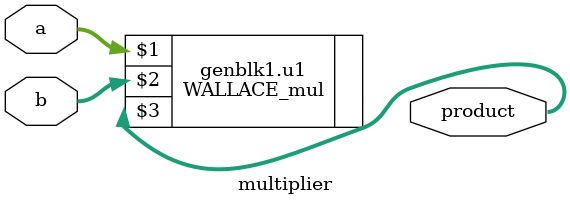
<source format=v>
module multiplier(
    a, b, product
    );
    parameter a_width = 8, b_width = 8;
    localparam product_width = a_width+b_width;
    // localparam can not be modified directly with defparam or module instance statement using #
    input [a_width-1:0]         a;
    input [b_width-1:0]         b;
    output [product_width-1:0]  product;

    generate
        if((a_width<8) || (b_width<8))
            CIA_mul #(a_width, b_width) u1(a, b, product);
            // instanec a CLA multiplier
        else
            WALLACE_mul #(a_width, b_width) u1(a, b, product);
            // instance a Wallae-tree multiplier
    endgenerate
endmodule

</source>
